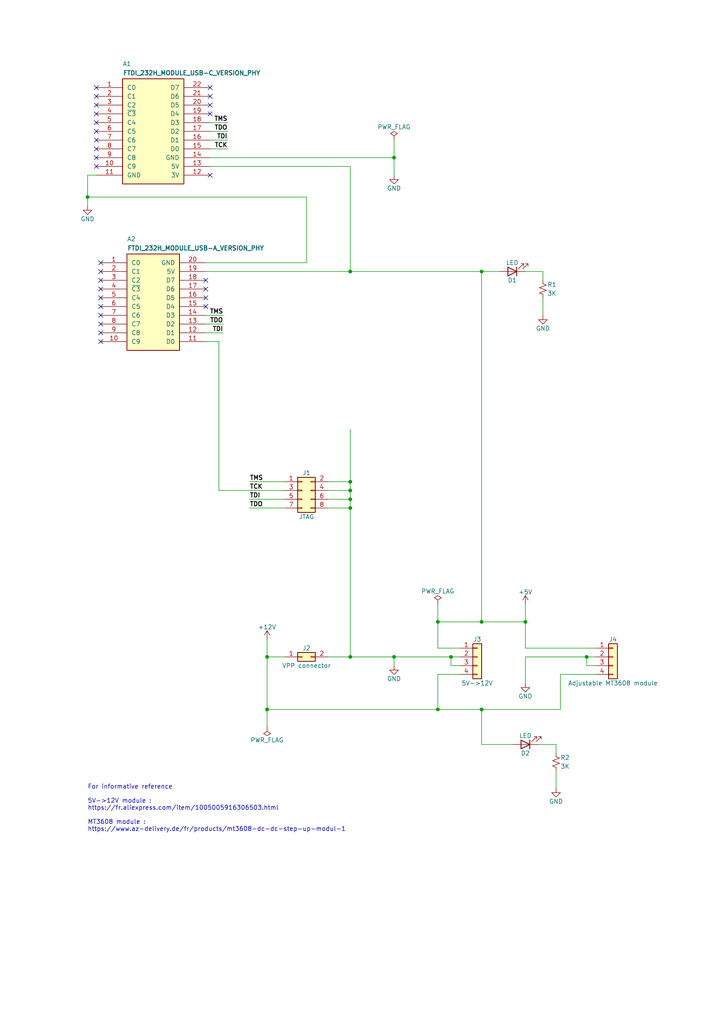
<source format=kicad_sch>
(kicad_sch (version 20230121) (generator eeschema)
  (paper "A4" portrait)
  (title_block (title "Thomson MO5 — Gate array development board") (date "2025-07-08") (rev "v0.0.0-draft") (company "Sporniket.com"))
  (lib_symbols
    (symbol "2264_bob_ft232h_usbc:FTDI_232H_MODULE_USB-C_VERSION_PHY" (pin_names (offset 1.27))
      (property "Reference" "A" (at -8.89 20.32 0))
      (property "Value" "FTDI_232H_MODULE_USB-C_VERSION_PHY" (at -8.89 17.78 0))
      (symbol "FTDI_232H_MODULE_USB-C_VERSION_PHY_0_0"
        (rectangle (start -8.89 15.24) (end 8.89 -15.24) (stroke (width 0.254)) (fill (type background)))
        (pin bidirectional line (at -16.51 12.7 0) (length 7.62) (name "C0") (number "1"))
        (pin bidirectional line (at -16.51 -10.16 0) (length 7.62) (name "C9") (number "10"))
        (pin power_in line (at -16.51 -12.7 0) (length 7.62) (name "GND") (number "11"))
        (pin power_in line (at 16.51 -12.7 180) (length 7.62) (name "3V") (number "12"))
        (pin power_in line (at 16.51 -10.16 180) (length 7.62) (name "5V") (number "13"))
        (pin power_in line (at 16.51 -7.62 180) (length 7.62) (name "GND") (number "14"))
        (pin bidirectional line (at 16.51 -5.08 180) (length 7.62) (name "D0") (number "15"))
        (pin bidirectional line (at 16.51 -2.54 180) (length 7.62) (name "D1") (number "16"))
        (pin bidirectional line (at 16.51 0 180) (length 7.62) (name "D2") (number "17"))
        (pin bidirectional line (at 16.51 2.54 180) (length 7.62) (name "D3") (number "18"))
        (pin bidirectional line (at 16.51 5.08 180) (length 7.62) (name "D4") (number "19"))
        (pin bidirectional line (at -16.51 10.16 0) (length 7.62) (name "C1") (number "2"))
        (pin bidirectional line (at 16.51 7.62 180) (length 7.62) (name "D5") (number "20"))
        (pin bidirectional line (at 16.51 10.16 180) (length 7.62) (name "D6") (number "21"))
        (pin bidirectional line (at 16.51 12.7 180) (length 7.62) (name "D7") (number "22"))
        (pin bidirectional line (at -16.51 7.62 0) (length 7.62) (name "C2") (number "3"))
        (pin bidirectional line (at -16.51 5.08 0) (length 7.62) (name "~{C3}") (number "4"))
        (pin bidirectional line (at -16.51 2.54 0) (length 7.62) (name "C4") (number "5"))
        (pin bidirectional line (at -16.51 0 0) (length 7.62) (name "C5") (number "6"))
        (pin bidirectional line (at -16.51 -2.54 0) (length 7.62) (name "C6") (number "7"))
        (pin bidirectional line (at -16.51 -5.08 0) (length 7.62) (name "C7") (number "8"))
        (pin bidirectional line (at -16.51 -7.62 0) (length 7.62) (name "C8") (number "9"))
      )
    )
    (symbol "Connector_Generic:Conn_01x04" (pin_names (offset 1.016) hide)
      (property "Reference" "J" (at 0 5.08 0))
      (property "Value" "Conn_01x04" (at 0 -7.62 0))
      (symbol "Conn_01x04_1_1"
        (rectangle (start -1.27 -4.953) (end 0 -5.207) (stroke (width 0.1524)))
        (rectangle (start -1.27 -2.413) (end 0 -2.667) (stroke (width 0.1524)))
        (rectangle (start -1.27 0.127) (end 0 -0.127) (stroke (width 0.1524)))
        (rectangle (start -1.27 2.667) (end 0 2.413) (stroke (width 0.1524)))
        (rectangle (start -1.27 3.81) (end 1.27 -6.35) (stroke (width 0.254)) (fill (type background)))
        (pin passive line (at -5.08 2.54 0) (length 3.81) (name "Pin_1") (number "1"))
        (pin passive line (at -5.08 0 0) (length 3.81) (name "Pin_2") (number "2"))
        (pin passive line (at -5.08 -2.54 0) (length 3.81) (name "Pin_3") (number "3"))
        (pin passive line (at -5.08 -5.08 0) (length 3.81) (name "Pin_4") (number "4"))
      )
    )
    (symbol "Connector_Generic:Conn_02x01" (pin_names (offset 1.016) hide)
      (property "Reference" "J" (at 1.27 2.54 0))
      (property "Value" "Conn_02x01" (at 1.27 -2.54 0))
      (symbol "Conn_02x01_1_1"
        (rectangle (start -1.27 0.127) (end 0 -0.127) (stroke (width 0.1524)))
        (rectangle (start -1.27 1.27) (end 3.81 -1.27) (stroke (width 0.254)) (fill (type background)))
        (rectangle (start 3.81 0.127) (end 2.54 -0.127) (stroke (width 0.1524)))
        (pin passive line (at -5.08 0 0) (length 3.81) (name "Pin_1") (number "1"))
        (pin passive line (at 7.62 0 180) (length 3.81) (name "Pin_2") (number "2"))
      )
    )
    (symbol "Connector_Generic:Conn_02x04_Odd_Even" (pin_names (offset 1.016) hide)
      (property "Reference" "J" (at 1.27 5.08 0))
      (property "Value" "Conn_02x04_Odd_Even" (at 1.27 -7.62 0))
      (symbol "Conn_02x04_Odd_Even_1_1"
        (rectangle (start -1.27 -4.953) (end 0 -5.207) (stroke (width 0.1524)))
        (rectangle (start -1.27 -2.413) (end 0 -2.667) (stroke (width 0.1524)))
        (rectangle (start -1.27 0.127) (end 0 -0.127) (stroke (width 0.1524)))
        (rectangle (start -1.27 2.667) (end 0 2.413) (stroke (width 0.1524)))
        (rectangle (start -1.27 3.81) (end 3.81 -6.35) (stroke (width 0.254)) (fill (type background)))
        (rectangle (start 3.81 -4.953) (end 2.54 -5.207) (stroke (width 0.1524)))
        (rectangle (start 3.81 -2.413) (end 2.54 -2.667) (stroke (width 0.1524)))
        (rectangle (start 3.81 0.127) (end 2.54 -0.127) (stroke (width 0.1524)))
        (rectangle (start 3.81 2.667) (end 2.54 2.413) (stroke (width 0.1524)))
        (pin passive line (at -5.08 2.54 0) (length 3.81) (name "Pin_1") (number "1"))
        (pin passive line (at 7.62 2.54 180) (length 3.81) (name "Pin_2") (number "2"))
        (pin passive line (at -5.08 0 0) (length 3.81) (name "Pin_3") (number "3"))
        (pin passive line (at 7.62 0 180) (length 3.81) (name "Pin_4") (number "4"))
        (pin passive line (at -5.08 -2.54 0) (length 3.81) (name "Pin_5") (number "5"))
        (pin passive line (at 7.62 -2.54 180) (length 3.81) (name "Pin_6") (number "6"))
        (pin passive line (at -5.08 -5.08 0) (length 3.81) (name "Pin_7") (number "7"))
        (pin passive line (at 7.62 -5.08 180) (length 3.81) (name "Pin_8") (number "8"))
      )
    )
    (symbol "Device:LED" (pin_numbers hide) (pin_names (offset 1.016) hide)
      (property "Reference" "D" (at 0 2.54 0))
      (property "Value" "LED" (at 0 -2.54 0))
      (symbol "LED_0_1"
        (polyline (pts (xy -1.27 -1.27) (xy -1.27 1.27)) (stroke (width 0.254)))
        (polyline (pts (xy -1.27 0) (xy 1.27 0)))
        (polyline (pts (xy 1.27 -1.27) (xy 1.27 1.27) (xy -1.27 0) (xy 1.27 -1.27)) (stroke (width 0.254)))
        (polyline (pts (xy -3.048 -0.762) (xy -4.572 -2.286) (xy -3.81 -2.286) (xy -4.572 -2.286) (xy -4.572 -1.524)))
        (polyline (pts (xy -1.778 -0.762) (xy -3.302 -2.286) (xy -2.54 -2.286) (xy -3.302 -2.286) (xy -3.302 -1.524)))
      )
      (symbol "LED_1_1"
        (pin passive line (at -3.81 0 0) (length 2.54) (name "K") (number "1"))
        (pin passive line (at 3.81 0 180) (length 2.54) (name "A") (number "2"))
      )
    )
    (symbol "Device:R_Small_US" (pin_numbers hide) (pin_names (offset 0.254) hide)
      (property "Reference" "R" (at 0.762 0.508 0))
      (property "Value" "R_Small_US" (at 0.762 -1.016 0))
      (symbol "R_Small_US_1_1"
        (polyline (pts (xy 0 0) (xy 1.016 -0.381) (xy 0 -0.762) (xy -1.016 -1.143) (xy 0 -1.524)))
        (polyline (pts (xy 0 1.524) (xy 1.016 1.143) (xy 0 0.762) (xy -1.016 0.381) (xy 0 0)))
        (pin passive line (at 0 2.54 270) (length 1.016) (name "~") (number "1"))
        (pin passive line (at 0 -2.54 90) (length 1.016) (name "~") (number "2"))
      )
    )
    (symbol "bob_ft232h_usba:FTDI_232H_MODULE_USB-A_VERSION_PHY" (pin_names (offset 1.27))
      (property "Reference" "A" (at -7.62 19.05 0))
      (property "Value" "FTDI_232H_MODULE_USB-A_VERSION_PHY" (at -7.62 16.51 0))
      (symbol "FTDI_232H_MODULE_USB-A_VERSION_PHY_0_0"
        (rectangle (start -7.62 13.97) (end 7.62 -13.97) (stroke (width 0.254)) (fill (type background)))
        (pin bidirectional line (at -15.24 11.43 0) (length 7.62) (name "C0") (number "1"))
        (pin bidirectional line (at -15.24 -11.43 0) (length 7.62) (name "C9") (number "10"))
        (pin bidirectional line (at 15.24 -11.43 180) (length 7.62) (name "D0") (number "11"))
        (pin bidirectional line (at 15.24 -8.89 180) (length 7.62) (name "D1") (number "12"))
        (pin bidirectional line (at 15.24 -6.35 180) (length 7.62) (name "D2") (number "13"))
        (pin bidirectional line (at 15.24 -3.81 180) (length 7.62) (name "D3") (number "14"))
        (pin bidirectional line (at 15.24 -1.27 180) (length 7.62) (name "D4") (number "15"))
        (pin bidirectional line (at 15.24 1.27 180) (length 7.62) (name "D5") (number "16"))
        (pin bidirectional line (at 15.24 3.81 180) (length 7.62) (name "D6") (number "17"))
        (pin bidirectional line (at 15.24 6.35 180) (length 7.62) (name "D7") (number "18"))
        (pin power_in line (at 15.24 8.89 180) (length 7.62) (name "5V") (number "19"))
        (pin bidirectional line (at -15.24 8.89 0) (length 7.62) (name "C1") (number "2"))
        (pin power_in line (at 15.24 11.43 180) (length 7.62) (name "GND") (number "20"))
        (pin bidirectional line (at -15.24 6.35 0) (length 7.62) (name "C2") (number "3"))
        (pin bidirectional line (at -15.24 3.81 0) (length 7.62) (name "~{C3}") (number "4"))
        (pin bidirectional line (at -15.24 1.27 0) (length 7.62) (name "C4") (number "5"))
        (pin bidirectional line (at -15.24 -1.27 0) (length 7.62) (name "C5") (number "6"))
        (pin bidirectional line (at -15.24 -3.81 0) (length 7.62) (name "C6") (number "7"))
        (pin bidirectional line (at -15.24 -6.35 0) (length 7.62) (name "C7") (number "8"))
        (pin bidirectional line (at -15.24 -8.89 0) (length 7.62) (name "C8") (number "9"))
      )
    )
    (symbol "power:+12V" (power) (pin_names (offset 0))
      (property "Value" "+12V" (at 0 3.556 0))
      (symbol "+12V_0_1"
        (polyline (pts (xy -0.762 1.27) (xy 0 2.54)))
        (polyline (pts (xy 0 0) (xy 0 2.54)))
        (polyline (pts (xy 0 2.54) (xy 0.762 1.27)))
      )
      (symbol "+12V_1_1"
        (pin power_in line (at 0 0 90) (length 0) hide (name "+12V") (number "1"))
      )
    )
    (symbol "power:+5V" (power) (pin_names (offset 0))
      (property "Value" "+5V" (at 0 3.556 0))
      (symbol "+5V_0_1"
        (polyline (pts (xy -0.762 1.27) (xy 0 2.54)))
        (polyline (pts (xy 0 0) (xy 0 2.54)))
        (polyline (pts (xy 0 2.54) (xy 0.762 1.27)))
      )
      (symbol "+5V_1_1"
        (pin power_in line (at 0 0 90) (length 0) hide (name "+5V") (number "1"))
      )
    )
    (symbol "power:GND" (power) (pin_names (offset 0))
      (property "Value" "GND" (at 0 -3.81 0))
      (symbol "GND_0_1"
        (polyline (pts (xy 0 0) (xy 0 -1.27) (xy 1.27 -1.27) (xy 0 -2.54) (xy -1.27 -1.27) (xy 0 -1.27)))
      )
      (symbol "GND_1_1"
        (pin power_in line (at 0 0 270) (length 0) hide (name "GND") (number "1"))
      )
    )
    (symbol "power:PWR_FLAG" (power) (pin_numbers hide) (pin_names (offset 0) hide)
      (property "Value" "PWR_FLAG" (at 0 3.81 0))
      (symbol "PWR_FLAG_0_0"
        (pin power_out line (at 0 0 90) (length 0) (name "pwr") (number "1"))
      )
      (symbol "PWR_FLAG_0_1"
        (polyline (pts (xy 0 0) (xy 0 1.27) (xy -1.016 1.905) (xy 0 2.54) (xy 1.016 1.905) (xy 0 1.27)))
      )
    )
  )
  (junction (at 139.7 205.74))
  (junction (at 114.3 45.72))
  (junction (at 101.6 78.74))
  (junction (at 139.7 78.74))
  (junction (at 101.6 144.78))
  (junction (at 114.3 190.5))
  (junction (at 101.6 139.7))
  (junction (at 77.47 205.74))
  (junction (at 152.4 180.34))
  (junction (at 127 205.74))
  (junction (at 77.47 190.5))
  (junction (at 170.18 190.5))
  (junction (at 127 180.34))
  (junction (at 101.6 190.5))
  (junction (at 130.81 190.5))
  (junction (at 101.6 147.32))
  (junction (at 25.4 57.15))
  (junction (at 101.6 142.24))
  (junction (at 139.7 180.34))
  (no_connect (at 59.69 81.28))
  (no_connect (at 29.21 83.82))
  (no_connect (at 59.69 86.36))
  (no_connect (at 29.21 88.9))
  (no_connect (at 27.94 33.02))
  (no_connect (at 29.21 93.98))
  (no_connect (at 60.96 33.02))
  (no_connect (at 60.96 30.48))
  (no_connect (at 27.94 43.18))
  (no_connect (at 27.94 35.56))
  (no_connect (at 29.21 76.2))
  (no_connect (at 29.21 91.44))
  (no_connect (at 60.96 25.4))
  (no_connect (at 27.94 40.64))
  (no_connect (at 27.94 48.26))
  (no_connect (at 27.94 25.4))
  (no_connect (at 29.21 78.74))
  (no_connect (at 27.94 27.94))
  (no_connect (at 29.21 96.52))
  (no_connect (at 27.94 30.48))
  (no_connect (at 27.94 45.72))
  (no_connect (at 29.21 86.36))
  (no_connect (at 29.21 81.28))
  (no_connect (at 60.96 50.8))
  (no_connect (at 59.69 83.82))
  (no_connect (at 27.94 38.1))
  (no_connect (at 59.69 88.9))
  (no_connect (at 60.96 27.94))
  (no_connect (at 29.21 99.06))
  (wire (pts (xy 101.6 139.7) (xy 101.6 142.24)))
  (wire (pts (xy 162.56 195.58) (xy 162.56 205.74)))
  (wire (pts (xy 77.47 190.5) (xy 82.55 190.5)))
  (wire (pts (xy 170.18 190.5) (xy 172.72 190.5)))
  (wire (pts (xy 139.7 205.74) (xy 162.56 205.74)))
  (wire (pts (xy 101.6 147.32) (xy 101.6 144.78)))
  (wire (pts (xy 101.6 124.46) (xy 101.6 139.7)))
  (wire (pts (xy 127 205.74) (xy 139.7 205.74)))
  (wire (pts (xy 114.3 45.72) (xy 114.3 50.8)))
  (wire (pts (xy 59.69 96.52) (xy 64.77 96.52)))
  (wire (pts (xy 133.35 195.58) (xy 127 195.58)))
  (wire (pts (xy 60.96 43.18) (xy 66.04 43.18)))
  (wire (pts (xy 161.29 223.52) (xy 161.29 228.6)))
  (wire (pts (xy 156.21 215.9) (xy 161.29 215.9)))
  (wire (pts (xy 114.3 193.04) (xy 114.3 190.5)))
  (wire (pts (xy 95.25 139.7) (xy 101.6 139.7)))
  (wire (pts (xy 72.39 144.78) (xy 82.55 144.78)))
  (wire (pts (xy 157.48 86.36) (xy 157.48 91.44)))
  (wire (pts (xy 172.72 193.04) (xy 170.18 193.04)))
  (wire (pts (xy 139.7 180.34) (xy 127 180.34)))
  (wire (pts (xy 114.3 190.5) (xy 130.81 190.5)))
  (wire (pts (xy 60.96 38.1) (xy 66.04 38.1)))
  (wire (pts (xy 127 180.34) (xy 127 187.96)))
  (wire (pts (xy 88.9 76.2) (xy 88.9 57.15)))
  (wire (pts (xy 25.4 50.8) (xy 27.94 50.8)))
  (wire (pts (xy 152.4 180.34) (xy 139.7 180.34)))
  (wire (pts (xy 63.5 142.24) (xy 82.55 142.24)))
  (wire (pts (xy 139.7 78.74) (xy 139.7 180.34)))
  (wire (pts (xy 95.25 147.32) (xy 101.6 147.32)))
  (wire (pts (xy 95.25 190.5) (xy 101.6 190.5)))
  (wire (pts (xy 139.7 205.74) (xy 139.7 215.9)))
  (wire (pts (xy 59.69 91.44) (xy 64.77 91.44)))
  (wire (pts (xy 60.96 45.72) (xy 114.3 45.72)))
  (wire (pts (xy 95.25 144.78) (xy 101.6 144.78)))
  (wire (pts (xy 25.4 57.15) (xy 25.4 59.69)))
  (wire (pts (xy 152.4 198.12) (xy 152.4 190.5)))
  (wire (pts (xy 172.72 187.96) (xy 152.4 187.96)))
  (wire (pts (xy 152.4 78.74) (xy 157.48 78.74)))
  (wire (pts (xy 152.4 187.96) (xy 152.4 180.34)))
  (wire (pts (xy 25.4 57.15) (xy 25.4 50.8)))
  (wire (pts (xy 63.5 142.24) (xy 63.5 99.06)))
  (wire (pts (xy 59.69 93.98) (xy 64.77 93.98)))
  (wire (pts (xy 157.48 78.74) (xy 157.48 81.28)))
  (wire (pts (xy 60.96 48.26) (xy 101.6 48.26)))
  (wire (pts (xy 152.4 175.26) (xy 152.4 180.34)))
  (wire (pts (xy 59.69 76.2) (xy 88.9 76.2)))
  (wire (pts (xy 130.81 190.5) (xy 133.35 190.5)))
  (wire (pts (xy 127 175.26) (xy 127 180.34)))
  (wire (pts (xy 101.6 48.26) (xy 101.6 78.74)))
  (wire (pts (xy 101.6 190.5) (xy 114.3 190.5)))
  (wire (pts (xy 170.18 190.5) (xy 170.18 193.04)))
  (wire (pts (xy 72.39 147.32) (xy 82.55 147.32)))
  (wire (pts (xy 72.39 139.7) (xy 82.55 139.7)))
  (wire (pts (xy 133.35 193.04) (xy 130.81 193.04)))
  (wire (pts (xy 77.47 205.74) (xy 127 205.74)))
  (wire (pts (xy 60.96 35.56) (xy 66.04 35.56)))
  (wire (pts (xy 63.5 99.06) (xy 59.69 99.06)))
  (wire (pts (xy 88.9 57.15) (xy 25.4 57.15)))
  (wire (pts (xy 77.47 205.74) (xy 77.47 190.5)))
  (wire (pts (xy 148.59 215.9) (xy 139.7 215.9)))
  (wire (pts (xy 77.47 205.74) (xy 77.47 210.82)))
  (wire (pts (xy 127 187.96) (xy 133.35 187.96)))
  (wire (pts (xy 172.72 195.58) (xy 162.56 195.58)))
  (wire (pts (xy 77.47 185.42) (xy 77.47 190.5)))
  (wire (pts (xy 95.25 142.24) (xy 101.6 142.24)))
  (wire (pts (xy 59.69 78.74) (xy 101.6 78.74)))
  (wire (pts (xy 114.3 40.64) (xy 114.3 45.72)))
  (wire (pts (xy 127 195.58) (xy 127 205.74)))
  (wire (pts (xy 101.6 144.78) (xy 101.6 142.24)))
  (wire (pts (xy 130.81 193.04) (xy 130.81 190.5)))
  (wire (pts (xy 152.4 190.5) (xy 170.18 190.5)))
  (wire (pts (xy 101.6 147.32) (xy 101.6 190.5)))
  (wire (pts (xy 60.96 40.64) (xy 66.04 40.64)))
  (wire (pts (xy 101.6 78.74) (xy 139.7 78.74)))
  (wire (pts (xy 139.7 78.74) (xy 144.78 78.74)))
  (wire (pts (xy 161.29 215.9) (xy 161.29 218.44)))
  (text "For informative reference\n\n5V->12V module : \nhttps://fr.aliexpress.com/item/1005005916306503.html\n\nMT3608 module :\nhttps://www.az-delivery.de/fr/products/mt3608-dc-dc-step-up-modul-1" (at 25.4 241.3 0) (effects (font (size 1.27 1.27)) (justify left bottom)))
  (label "TCK" (at 72.39 142.24 0) (effects (font bold)))
  (label "TDI" (at 64.77 96.52 180) (effects (font bold)))
  (label "TDO" (at 64.77 93.98 180) (effects (font bold)))
  (label "TDO" (at 72.39 147.32 0) (effects (font bold)))
  (label "TDI" (at 72.39 144.78 0) (effects (font bold)))
  (label "TDO" (at 66.04 38.1 180) (effects (font bold)))
  (label "TDI" (at 66.04 40.64 180) (effects (font bold)))
  (label "TCK" (at 66.04 43.18 180) (effects (font bold)))
  (label "TMS" (at 66.04 35.56 180) (effects (font (thickness 0.254) bold)))
  (label "TMS" (at 72.39 139.7 0) (effects (font (thickness 0.254) bold)))
  (label "TMS" (at 64.77 91.44 180) (effects (font (thickness 0.254) bold)))
  (symbol (lib_id "Connector_Generic:Conn_01x04") (at 138.43 190.5 0) (unit 1)
    (property "Reference" "J3" (at 138.43 185.42 0))
    (property "Value" "5V->12V" (at 138.43 198.12 0))
    (property "Footprint" "assemblies_power_modules:module_dc_dc_step_up_12V_W10.16mm_H20.5mm_PinSocket_1x04_P2.54mm_Horizontal" (effects hide))
  )
  (symbol (lib_id "power:PWR_FLAG") (at 127 175.26 0) (unit 1)
    (property "Reference" "#FLG03" (effects hide))
    (property "Value" "PWR_FLAG" (at 127 171.45 0))
  )
  (symbol (lib_id "power:GND") (at 114.3 50.8 0) (unit 1)
    (property "Reference" "#PWR03" (effects hide))
    (property "Value" "GND" (at 114.3 54.61 0))
  )
  (symbol (lib_id "power:GND") (at 114.3 193.04 0) (unit 1)
    (property "Reference" "#PWR04" (effects hide))
    (property "Value" "GND" (at 114.3 196.85 0))
  )
  (symbol (lib_id "bob_ft232h_usba:FTDI_232H_MODULE_USB-A_VERSION_PHY") (at 44.45 87.63 0) (unit 1)
    (property "Reference" "A2" (at 36.83 68.58 0) (effects (justify left top)))
    (property "Value" "FTDI_232H_MODULE_USB-A_VERSION_PHY" (at 36.83 71.12 0) (effects (font bold) (justify left top)))
    (property "Datasheet" "_None_" (effects hide))
  )
  (symbol (lib_id "Device:R_Small_US") (at 157.48 83.82 0) (unit 1)
    (property "Reference" "R1" (at 158.75 82.55 0) (effects (justify left)))
    (property "Value" "3K" (at 158.75 85.09 0) (effects (justify left)))
    (property "Footprint" "commons-passives_THT:Passive_THT_resistor_W2.54mm_L12.70mm" (effects hide))
  )
  (symbol (lib_id "power:GND") (at 161.29 228.6 0) (unit 1)
    (property "Reference" "#PWR08" (effects hide))
    (property "Value" "GND" (at 161.29 232.41 0))
  )
  (symbol (lib_id "Device:R_Small_US") (at 161.29 220.98 0) (unit 1)
    (property "Reference" "R2" (at 162.56 219.71 0) (effects (justify left)))
    (property "Value" "3K" (at 162.56 222.25 0) (effects (justify left)))
    (property "Footprint" "commons-passives_THT:Passive_THT_resistor_W2.54mm_L12.70mm" (effects hide))
  )
  (symbol (lib_id "Device:LED") (at 152.4 215.9 180) (unit 1)
    (property "Reference" "D2" (at 152.4 218.44 0))
    (property "Value" "LED" (at 152.4 213.36 0))
    (property "Footprint" "LED_THT:LED_D3.0mm" (effects hide))
  )
  (symbol (lib_id "power:PWR_FLAG") (at 114.3 40.64 0) (unit 1)
    (property "Reference" "#FLG02" (effects hide))
    (property "Value" "PWR_FLAG" (at 114.3 36.83 0))
  )
  (symbol (lib_id "power:+5V") (at 152.4 175.26 0) (unit 1)
    (property "Reference" "#PWR05" (effects hide))
    (property "Value" "+5V" (at 152.4 171.704 0))
  )
  (symbol (lib_id "Device:LED") (at 148.59 78.74 180) (unit 1)
    (property "Reference" "D1" (at 148.59 81.28 0))
    (property "Value" "LED" (at 148.59 76.2 0))
    (property "Footprint" "LED_THT:LED_D3.0mm" (effects hide))
  )
  (symbol (lib_id "power:GND") (at 25.4 59.69 0) (unit 1)
    (property "Reference" "#PWR01" (effects hide))
    (property "Value" "GND" (at 25.4 63.5 0))
  )
  (symbol (lib_id "power:GND") (at 152.4 198.12 0) (unit 1)
    (property "Reference" "#PWR06" (effects hide))
    (property "Value" "GND" (at 152.4 201.93 0))
  )
  (symbol (lib_id "power:PWR_FLAG") (at 77.47 210.82 180) (unit 1)
    (property "Reference" "#FLG01" (effects hide))
    (property "Value" "PWR_FLAG" (at 77.47 214.63 0))
  )
  (symbol (lib_id "power:GND") (at 157.48 91.44 0) (unit 1)
    (property "Reference" "#PWR07" (effects hide))
    (property "Value" "GND" (at 157.48 95.25 0))
  )
  (symbol (lib_id "Connector_Generic:Conn_02x04_Odd_Even") (at 87.63 142.24 0) (unit 1)
    (property "Reference" "J1" (at 88.9 137.16 0))
    (property "Value" "JTAG" (at 88.9 149.86 0))
    (property "Footprint" "Connector_PinHeader_2.54mm:PinHeader_2x04_P2.54mm_Vertical" (effects hide))
  )
  (symbol (lib_id "power:+12V") (at 77.47 185.42 0) (unit 1)
    (property "Reference" "#PWR02" (effects hide))
    (property "Value" "+12V" (at 77.47 181.864 0))
  )
  (symbol (lib_id "Connector_Generic:Conn_02x01") (at 87.63 190.5 0) (unit 1)
    (property "Reference" "J2" (at 88.9 187.96 0))
    (property "Value" "VPP connector" (at 88.9 193.04 0))
    (property "Footprint" "Connector_PinHeader_2.54mm:PinHeader_2x01_P2.54mm_Vertical" (effects hide))
  )
  (symbol (lib_id "Connector_Generic:Conn_01x04") (at 177.8 190.5 0) (unit 1)
    (property "Reference" "J4" (at 177.8 185.42 0))
    (property "Value" "Adjustable MT3608 module" (at 177.8 198.12 0))
    (property "Footprint" "assemblies_power_modules:module_mt3608_ajustable_output" (effects hide))
  )
  (symbol (lib_id "2264_bob_ft232h_usbc:FTDI_232H_MODULE_USB-C_VERSION_PHY") (at 44.45 38.1 0) (unit 1)
    (property "Reference" "A1" (at 35.56 17.78 0) (effects (justify left top)))
    (property "Value" "FTDI_232H_MODULE_USB-C_VERSION_PHY" (at 35.56 20.32 0) (effects (font bold) (justify left top)))
    (property "Datasheet" "https://learn.adafruit.com/adafruit-ft232h-breakout/wiring" (effects hide))
  )
)
</source>
